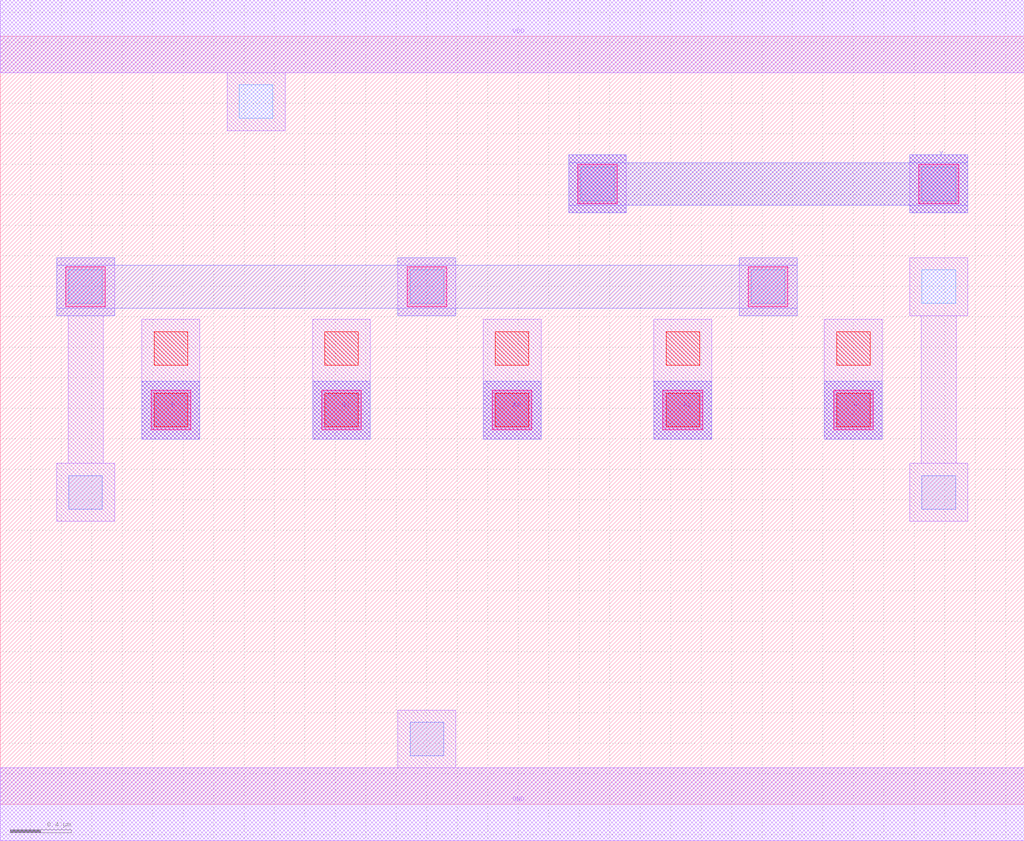
<source format=lef>
MACRO AAOI32
 CLASS CORE ;
 FOREIGN AAOI32 0 0 ;
 SIZE 6.72 BY 5.04 ;
 ORIGIN 0 0 ;
 SYMMETRY X Y R90 ;
 SITE unit ;
  PIN VDD
   DIRECTION INOUT ;
   USE POWER ;
   SHAPE ABUTMENT ;
    PORT
     CLASS CORE ;
       LAYER met1 ;
        RECT 0.00000000 4.80000000 6.72000000 5.28000000 ;
    END
  END VDD

  PIN GND
   DIRECTION INOUT ;
   USE POWER ;
   SHAPE ABUTMENT ;
    PORT
     CLASS CORE ;
       LAYER met1 ;
        RECT 0.00000000 -0.24000000 6.72000000 0.24000000 ;
    END
  END GND

  PIN Y
   DIRECTION INOUT ;
   USE SIGNAL ;
   SHAPE ABUTMENT ;
    PORT
     CLASS CORE ;
       LAYER met2 ;
        RECT 3.73000000 3.88200000 4.11000000 3.93200000 ;
        RECT 5.97000000 3.88200000 6.35000000 3.93200000 ;
        RECT 3.73000000 3.93200000 6.35000000 4.21200000 ;
        RECT 3.73000000 4.21200000 4.11000000 4.26200000 ;
        RECT 5.97000000 4.21200000 6.35000000 4.26200000 ;
    END
  END Y

  PIN B1
   DIRECTION INOUT ;
   USE SIGNAL ;
   SHAPE ABUTMENT ;
    PORT
     CLASS CORE ;
       LAYER met2 ;
        RECT 2.05000000 2.39700000 2.43000000 2.77700000 ;
    END
  END B1

  PIN B
   DIRECTION INOUT ;
   USE SIGNAL ;
   SHAPE ABUTMENT ;
    PORT
     CLASS CORE ;
       LAYER met2 ;
        RECT 0.93000000 2.39700000 1.31000000 2.77700000 ;
    END
  END B

  PIN A
   DIRECTION INOUT ;
   USE SIGNAL ;
   SHAPE ABUTMENT ;
    PORT
     CLASS CORE ;
       LAYER met2 ;
        RECT 5.41000000 2.39700000 5.79000000 2.77700000 ;
    END
  END A

  PIN A1
   DIRECTION INOUT ;
   USE SIGNAL ;
   SHAPE ABUTMENT ;
    PORT
     CLASS CORE ;
       LAYER met2 ;
        RECT 4.29000000 2.39700000 4.67000000 2.77700000 ;
    END
  END A1

  PIN A2
   DIRECTION INOUT ;
   USE SIGNAL ;
   SHAPE ABUTMENT ;
    PORT
     CLASS CORE ;
       LAYER met2 ;
        RECT 3.17000000 2.39700000 3.55000000 2.77700000 ;
    END
  END A2

 OBS
    LAYER polycont ;
     RECT 1.01000000 2.47700000 1.23000000 2.69700000 ;
     RECT 2.13000000 2.47700000 2.35000000 2.69700000 ;
     RECT 3.25000000 2.47700000 3.47000000 2.69700000 ;
     RECT 4.37000000 2.47700000 4.59000000 2.69700000 ;
     RECT 5.49000000 2.47700000 5.71000000 2.69700000 ;
     RECT 1.01000000 2.88200000 1.23000000 3.10200000 ;
     RECT 2.13000000 2.88200000 2.35000000 3.10200000 ;
     RECT 3.25000000 2.88200000 3.47000000 3.10200000 ;
     RECT 4.37000000 2.88200000 4.59000000 3.10200000 ;
     RECT 5.49000000 2.88200000 5.71000000 3.10200000 ;

    LAYER pdiffc ;
     RECT 0.45000000 3.28700000 0.67000000 3.50700000 ;
     RECT 2.69000000 3.28700000 2.91000000 3.50700000 ;
     RECT 4.93000000 3.28700000 5.15000000 3.50700000 ;
     RECT 6.05000000 3.28700000 6.27000000 3.50700000 ;
     RECT 3.81000000 3.96200000 4.03000000 4.18200000 ;
     RECT 6.05000000 3.96200000 6.27000000 4.18200000 ;
     RECT 1.57000000 4.50200000 1.79000000 4.72200000 ;

    LAYER ndiffc ;
     RECT 2.69000000 0.31700000 2.91000000 0.53700000 ;
     RECT 0.45000000 1.93700000 0.67000000 2.15700000 ;
     RECT 6.05000000 1.93700000 6.27000000 2.15700000 ;

    LAYER met1 ;
     RECT 0.00000000 -0.24000000 6.72000000 0.24000000 ;
     RECT 2.61000000 0.24000000 2.99000000 0.61700000 ;
     RECT 0.93000000 2.39700000 1.31000000 3.18200000 ;
     RECT 2.05000000 2.39700000 2.43000000 3.18200000 ;
     RECT 3.17000000 2.39700000 3.55000000 3.18200000 ;
     RECT 4.29000000 2.39700000 4.67000000 3.18200000 ;
     RECT 5.41000000 2.39700000 5.79000000 3.18200000 ;
     RECT 0.37000000 1.85700000 0.75000000 2.23700000 ;
     RECT 0.44500000 2.23700000 0.67500000 3.20700000 ;
     RECT 0.37000000 3.20700000 0.75000000 3.58700000 ;
     RECT 2.61000000 3.20700000 2.99000000 3.58700000 ;
     RECT 4.85000000 3.20700000 5.23000000 3.58700000 ;
     RECT 5.97000000 1.85700000 6.35000000 2.23700000 ;
     RECT 6.04500000 2.23700000 6.27500000 3.20700000 ;
     RECT 5.97000000 3.20700000 6.35000000 3.58700000 ;
     RECT 3.73000000 3.88200000 4.11000000 4.26200000 ;
     RECT 5.97000000 3.88200000 6.35000000 4.26200000 ;
     RECT 1.49000000 4.42200000 1.87000000 4.80000000 ;
     RECT 0.00000000 4.80000000 6.72000000 5.28000000 ;

    LAYER via1 ;
     RECT 0.99000000 2.45700000 1.25000000 2.71700000 ;
     RECT 2.11000000 2.45700000 2.37000000 2.71700000 ;
     RECT 3.23000000 2.45700000 3.49000000 2.71700000 ;
     RECT 4.35000000 2.45700000 4.61000000 2.71700000 ;
     RECT 5.47000000 2.45700000 5.73000000 2.71700000 ;
     RECT 0.43000000 3.26700000 0.69000000 3.52700000 ;
     RECT 2.67000000 3.26700000 2.93000000 3.52700000 ;
     RECT 4.91000000 3.26700000 5.17000000 3.52700000 ;
     RECT 3.79000000 3.94200000 4.05000000 4.20200000 ;
     RECT 6.03000000 3.94200000 6.29000000 4.20200000 ;

    LAYER met2 ;
     RECT 0.93000000 2.39700000 1.31000000 2.77700000 ;
     RECT 2.05000000 2.39700000 2.43000000 2.77700000 ;
     RECT 3.17000000 2.39700000 3.55000000 2.77700000 ;
     RECT 4.29000000 2.39700000 4.67000000 2.77700000 ;
     RECT 5.41000000 2.39700000 5.79000000 2.77700000 ;
     RECT 0.37000000 3.20700000 0.75000000 3.25700000 ;
     RECT 2.61000000 3.20700000 2.99000000 3.25700000 ;
     RECT 4.85000000 3.20700000 5.23000000 3.25700000 ;
     RECT 0.37000000 3.25700000 5.23000000 3.53700000 ;
     RECT 0.37000000 3.53700000 0.75000000 3.58700000 ;
     RECT 2.61000000 3.53700000 2.99000000 3.58700000 ;
     RECT 4.85000000 3.53700000 5.23000000 3.58700000 ;
     RECT 3.73000000 3.88200000 4.11000000 3.93200000 ;
     RECT 5.97000000 3.88200000 6.35000000 3.93200000 ;
     RECT 3.73000000 3.93200000 6.35000000 4.21200000 ;
     RECT 3.73000000 4.21200000 4.11000000 4.26200000 ;
     RECT 5.97000000 4.21200000 6.35000000 4.26200000 ;

 END
END AAOI32

</source>
